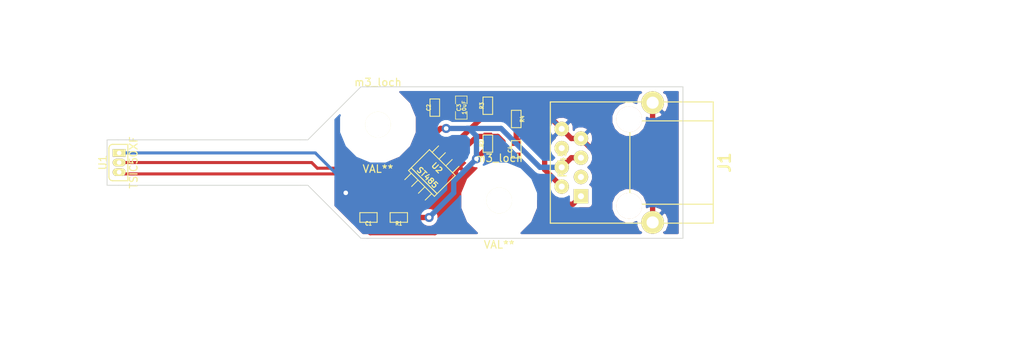
<source format=kicad_pcb>
(kicad_pcb (version 3) (host pcbnew "(2013-may-18)-stable")

  (general
    (links 27)
    (no_connects 0)
    (area 83.949999 86.949999 176.550001 107.050001)
    (thickness 1.6)
    (drawings 23)
    (tracks 99)
    (zones 0)
    (modules 13)
    (nets 8)
  )

  (page A4)
  (layers
    (15 F.Cu signal)
    (0 B.Cu signal)
    (16 B.Adhes user)
    (17 F.Adhes user)
    (18 B.Paste user)
    (19 F.Paste user)
    (20 B.SilkS user)
    (21 F.SilkS user)
    (22 B.Mask user)
    (23 F.Mask user)
    (24 Dwgs.User user)
    (25 Cmts.User user)
    (26 Eco1.User user)
    (27 Eco2.User user)
    (28 Edge.Cuts user)
  )

  (setup
    (last_trace_width 0.7)
    (trace_clearance 0.254)
    (zone_clearance 0.508)
    (zone_45_only no)
    (trace_min 0.254)
    (segment_width 0.2)
    (edge_width 0.1)
    (via_size 1.2)
    (via_drill 0.6)
    (via_min_size 0.889)
    (via_min_drill 0.508)
    (uvia_size 0.508)
    (uvia_drill 0.127)
    (uvias_allowed no)
    (uvia_min_size 0.508)
    (uvia_min_drill 0.127)
    (pcb_text_width 0.3)
    (pcb_text_size 1.5 1.5)
    (mod_edge_width 0.15)
    (mod_text_size 1 1)
    (mod_text_width 0.15)
    (pad_size 3.4 3.4)
    (pad_drill 3.2)
    (pad_to_mask_clearance 0)
    (aux_axis_origin 0 0)
    (visible_elements FFFFFFFF)
    (pcbplotparams
      (layerselection 32769)
      (usegerberextensions false)
      (excludeedgelayer false)
      (linewidth 0.150000)
      (plotframeref false)
      (viasonmask false)
      (mode 1)
      (useauxorigin false)
      (hpglpennumber 1)
      (hpglpenspeed 20)
      (hpglpendiameter 15)
      (hpglpenoverlay 2)
      (psnegative false)
      (psa4output false)
      (plotreference true)
      (plotvalue true)
      (plotothertext true)
      (plotinvisibletext false)
      (padsonsilk false)
      (subtractmaskfromsilk false)
      (outputformat 2)
      (mirror false)
      (drillshape 2)
      (scaleselection 1)
      (outputdirectory ""))
  )

  (net 0 "")
  (net 1 /za)
  (net 2 /zb)
  (net 3 GND)
  (net 4 N-0000010)
  (net 5 N-000003)
  (net 6 N-000007)
  (net 7 VCC)

  (net_class Default "This is the default net class."
    (clearance 0.254)
    (trace_width 0.7)
    (via_dia 1.2)
    (via_drill 0.6)
    (uvia_dia 0.508)
    (uvia_drill 0.127)
    (add_net "")
    (add_net /za)
    (add_net /zb)
    (add_net GND)
    (add_net N-000003)
    (add_net VCC)
  )

  (net_class uc ""
    (clearance 0.254)
    (trace_width 0.4)
    (via_dia 1.2)
    (via_drill 0.6)
    (uvia_dia 0.508)
    (uvia_drill 0.127)
    (add_net N-0000010)
    (add_net N-000007)
  )

  (module RJ45_8P8_simple (layer F.Cu) (tedit 53594E91) (tstamp 5368CE44)
    (at 144 97 270)
    (tags RJ45)
    (path /532DDDA3)
    (fp_text reference J1 (at 0 -21.5 270) (layer F.SilkS)
      (effects (font (size 1.524 1.524) (thickness 0.3048)))
    )
    (fp_text value RJ45 (at 0.14224 -0.1016 270) (layer F.SilkS)
      (effects (font (size 1.00076 1.00076) (thickness 0.2032)))
    )
    (fp_line (start 5.5 -20) (end 5.5 -9) (layer F.SilkS) (width 0.15))
    (fp_line (start -5.5 -9) (end 5.5 -9) (layer F.SilkS) (width 0.15))
    (fp_line (start -5.5 -20) (end -5.5 -9) (layer F.SilkS) (width 0.15))
    (fp_line (start -8 -20) (end 8 -20) (layer F.SilkS) (width 0.15))
    (fp_line (start 8 -20) (end 8 1.5) (layer F.SilkS) (width 0.15))
    (fp_line (start 8 1.5) (end -8 1.5) (layer F.SilkS) (width 0.15))
    (fp_line (start -8 1.5) (end -8 -20) (layer F.SilkS) (width 0.15))
    (pad "" np_thru_hole circle (at -5.715 -8.9 90) (size 3.4 3.4) (drill 3.4)
      (layers *.Cu *.SilkS *.Mask)
    )
    (pad "" np_thru_hole circle (at 5.715 -8.9 90) (size 3.4 3.4) (drill 3.4)
      (layers *.Cu *.SilkS *.Mask)
    )
    (pad 1 thru_hole rect (at 4.445 -2.54 90) (size 1.9 1.9) (drill 0.8)
      (layers *.Cu *.Mask F.SilkS)
      (net 1 /za)
    )
    (pad 2 thru_hole circle (at 3.175 0 90) (size 1.9 1.9) (drill 0.8)
      (layers *.Cu *.Mask F.SilkS)
      (net 2 /zb)
    )
    (pad 3 thru_hole circle (at 1.905 -2.54 90) (size 1.9 1.9) (drill 0.8)
      (layers *.Cu *.Mask F.SilkS)
    )
    (pad 4 thru_hole circle (at 0.63 0 90) (size 1.9 1.9) (drill 0.8)
      (layers *.Cu *.Mask F.SilkS)
      (net 7 VCC)
    )
    (pad 5 thru_hole circle (at -0.635 -2.54 90) (size 1.9 1.9) (drill 0.8)
      (layers *.Cu *.Mask F.SilkS)
      (net 7 VCC)
    )
    (pad 6 thru_hole circle (at -1.905 0 90) (size 1.9 1.9) (drill 0.8)
      (layers *.Cu *.Mask F.SilkS)
    )
    (pad 7 thru_hole circle (at -3.175 -2.54 90) (size 1.9 1.9) (drill 0.8)
      (layers *.Cu *.Mask F.SilkS)
      (net 3 GND)
    )
    (pad 8 thru_hole circle (at -4.445 0 90) (size 1.9 1.9) (drill 0.8)
      (layers *.Cu *.Mask F.SilkS)
      (net 3 GND)
    )
    (pad 9 thru_hole circle (at 7.9 -12 90) (size 3 3) (drill 1.6)
      (layers *.Cu *.Mask F.SilkS)
      (net 3 GND)
    )
    (pad 9 thru_hole circle (at -7.9 -12 90) (size 3 3) (drill 1.6)
      (layers *.Cu *.Mask F.SilkS)
      (net 3 GND)
    )
    (model connectors/RJ45_8.wrl
      (at (xyz 0 0 0))
      (scale (xyz 0.4 0.4 0.4))
      (rotate (xyz 0 0 0))
    )
  )

  (module st485 (layer F.Cu) (tedit 535CD018) (tstamp 5368C972)
    (at 128.25 97 315)
    (descr st485)
    (path /5360054D)
    (attr smd)
    (fp_text reference U2 (at 0 1 315) (layer F.SilkS)
      (effects (font (size 0.7493 0.7493) (thickness 0.14986)))
    )
    (fp_text value ST485 (at 0 2.8 315) (layer F.SilkS)
      (effects (font (size 0.7493 0.7493) (thickness 0.14986)))
    )
    (fp_line (start -2.4 3.4) (end 2.4 3.4) (layer F.SilkS) (width 0.15))
    (fp_line (start -2.413 0) (end -2.413 3.9) (layer F.SilkS) (width 0.127))
    (fp_line (start -2.413 3.9) (end 2.413 3.9) (layer F.SilkS) (width 0.127))
    (fp_line (start 2.413 3.9) (end 2.413 0) (layer F.SilkS) (width 0.127))
    (fp_line (start 2.413 0) (end -2.413 0) (layer F.SilkS) (width 0.127))
    (fp_line (start -1.908 0) (end -1.908 -1.2) (layer F.SilkS) (width 0.127))
    (fp_line (start -0.638 0) (end -0.638 -1.2) (layer F.SilkS) (width 0.127))
    (fp_line (start 0.632 0) (end 0.632 -1.2) (layer F.SilkS) (width 0.127))
    (fp_line (start 1.902 -1.2) (end 1.902 0) (layer F.SilkS) (width 0.127))
    (fp_line (start 1.902 3.9) (end 1.902 5.1) (layer F.SilkS) (width 0.127))
    (fp_line (start 0.632 5.1) (end 0.632 3.9) (layer F.SilkS) (width 0.127))
    (fp_line (start -0.638 5.1) (end -0.638 3.9) (layer F.SilkS) (width 0.127))
    (fp_line (start -1.908 5.1) (end -1.908 3.9) (layer F.SilkS) (width 0.127))
    (pad 1 smd rect (at -1.908 5.1 315) (size 0.75 2)
      (layers F.Cu F.Paste F.Mask)
    )
    (pad 2 smd rect (at -0.638 5.1 315) (size 0.75 2)
      (layers F.Cu F.Paste F.Mask)
      (net 7 VCC)
    )
    (pad 3 smd rect (at 0.632 5.1 315) (size 0.75 2)
      (layers F.Cu F.Paste F.Mask)
      (net 7 VCC)
    )
    (pad 4 smd rect (at 1.902 5.1 315) (size 0.75 2)
      (layers F.Cu F.Paste F.Mask)
      (net 6 N-000007)
    )
    (pad 5 smd rect (at 1.902 -1.2 315) (size 0.75 2)
      (layers F.Cu F.Paste F.Mask)
      (net 3 GND)
    )
    (pad 6 smd rect (at 0.632 -1.2 315) (size 0.75 2)
      (layers F.Cu F.Paste F.Mask)
      (net 1 /za)
    )
    (pad 7 smd rect (at -0.638 -1.2 315) (size 0.75 2)
      (layers F.Cu F.Paste F.Mask)
      (net 2 /zb)
    )
    (pad 8 smd rect (at -1.908 -1.2 315) (size 0.75 2)
      (layers F.Cu F.Paste F.Mask)
      (net 7 VCC)
    )
    (model smd/smd_dil/so-8.wrl
      (at (xyz 0 0 0))
      (scale (xyz 1 1 1))
      (rotate (xyz 0 0 0))
    )
  )

  (module SM0805_big (layer F.Cu) (tedit 53595984) (tstamp 536005A9)
    (at 130.75 89.75 90)
    (tags SM0805)
    (path /532DDC2C)
    (attr smd)
    (fp_text reference C3 (at 0 -0.3175 90) (layer F.SilkS)
      (effects (font (size 0.50038 0.50038) (thickness 0.10922)))
    )
    (fp_text value 10uF (at 0 0.381 90) (layer F.SilkS)
      (effects (font (size 0.50038 0.50038) (thickness 0.10922)))
    )
    (fp_line (start -0.508 0.762) (end -1.524 0.762) (layer F.SilkS) (width 0.09906))
    (fp_line (start -1.524 0.762) (end -1.524 -0.762) (layer F.SilkS) (width 0.09906))
    (fp_line (start -1.524 -0.762) (end -0.508 -0.762) (layer F.SilkS) (width 0.09906))
    (fp_line (start 0.508 -0.762) (end 1.524 -0.762) (layer F.SilkS) (width 0.09906))
    (fp_line (start 1.524 -0.762) (end 1.524 0.762) (layer F.SilkS) (width 0.09906))
    (fp_line (start 1.524 0.762) (end 0.508 0.762) (layer F.SilkS) (width 0.09906))
    (pad 1 smd rect (at -1.108 0 90) (size 1.2 1.397)
      (layers F.Cu F.Paste F.Mask)
      (net 7 VCC)
    )
    (pad 2 smd rect (at 1.108 0 90) (size 1.2 1.397)
      (layers F.Cu F.Paste F.Mask)
      (net 3 GND)
    )
    (model smd/chip_cms.wrl
      (at (xyz 0 0 0))
      (scale (xyz 0.1 0.1 0.1))
      (rotate (xyz 0 0 0))
    )
  )

  (module SM0603_big (layer F.Cu) (tedit 53613A11) (tstamp 53613809)
    (at 138 91.25 270)
    (tags "SM0603 R")
    (path /532DDB70)
    (attr smd)
    (fp_text reference R4 (at 0 -0.8 270) (layer F.SilkS)
      (effects (font (size 0.508 0.4572) (thickness 0.1143)))
    )
    (fp_text value 120 (at 0 0 270) (layer F.SilkS) hide
      (effects (font (size 0.508 0.4572) (thickness 0.1143)))
    )
    (fp_line (start -1.143 -0.635) (end 1.143 -0.635) (layer F.SilkS) (width 0.127))
    (fp_line (start 1.143 -0.635) (end 1.143 0.635) (layer F.SilkS) (width 0.127))
    (fp_line (start 1.143 0.635) (end -1.143 0.635) (layer F.SilkS) (width 0.127))
    (fp_line (start -1.143 0.635) (end -1.143 -0.635) (layer F.SilkS) (width 0.127))
    (pad 1 smd rect (at -0.945 0 270) (size 1 1.143)
      (layers F.Cu F.Paste F.Mask)
      (net 2 /zb)
    )
    (pad 2 smd rect (at 0.945 0 270) (size 1 1.143)
      (layers F.Cu F.Paste F.Mask)
      (net 5 N-000003)
    )
    (model smd\resistors\R0603.wrl
      (at (xyz 0 0 0.001))
      (scale (xyz 0.5 0.5 0.5))
      (rotate (xyz 0 0 0))
    )
  )

  (module SM0603_big (layer F.Cu) (tedit 53614501) (tstamp 536133B8)
    (at 118.5 104.25 180)
    (tags "SM0603 R")
    (path /532DDC6A)
    (attr smd)
    (fp_text reference C1 (at 0 -0.8 180) (layer F.SilkS)
      (effects (font (size 0.508 0.4572) (thickness 0.1143)))
    )
    (fp_text value 100nF (at 0 0 180) (layer F.SilkS) hide
      (effects (font (size 0.508 0.4572) (thickness 0.1143)))
    )
    (fp_line (start -1.143 -0.635) (end 1.143 -0.635) (layer F.SilkS) (width 0.127))
    (fp_line (start 1.143 -0.635) (end 1.143 0.635) (layer F.SilkS) (width 0.127))
    (fp_line (start 1.143 0.635) (end -1.143 0.635) (layer F.SilkS) (width 0.127))
    (fp_line (start -1.143 0.635) (end -1.143 -0.635) (layer F.SilkS) (width 0.127))
    (pad 1 smd rect (at -0.945 0 180) (size 1 1.143)
      (layers F.Cu F.Paste F.Mask)
      (net 4 N-0000010)
    )
    (pad 2 smd rect (at 0.945 0 180) (size 1 1.143)
      (layers F.Cu F.Paste F.Mask)
      (net 3 GND)
    )
    (model smd\resistors\R0603.wrl
      (at (xyz 0 0 0.001))
      (scale (xyz 0.5 0.5 0.5))
      (rotate (xyz 0 0 0))
    )
  )

  (module SM0603_big (layer F.Cu) (tedit 536127D1) (tstamp 536005C7)
    (at 122.5 104.25 180)
    (tags "SM0603 R")
    (path /532DDC9D)
    (attr smd)
    (fp_text reference R1 (at 0 -0.8 180) (layer F.SilkS)
      (effects (font (size 0.508 0.4572) (thickness 0.1143)))
    )
    (fp_text value 220 (at -1.27 0 180) (layer F.SilkS) hide
      (effects (font (size 0.508 0.4572) (thickness 0.1143)))
    )
    (fp_line (start -1.143 -0.635) (end 1.143 -0.635) (layer F.SilkS) (width 0.127))
    (fp_line (start 1.143 -0.635) (end 1.143 0.635) (layer F.SilkS) (width 0.127))
    (fp_line (start 1.143 0.635) (end -1.143 0.635) (layer F.SilkS) (width 0.127))
    (fp_line (start -1.143 0.635) (end -1.143 -0.635) (layer F.SilkS) (width 0.127))
    (pad 1 smd rect (at -0.945 0 180) (size 1 1.143)
      (layers F.Cu F.Paste F.Mask)
      (net 7 VCC)
    )
    (pad 2 smd rect (at 0.945 0 180) (size 1 1.143)
      (layers F.Cu F.Paste F.Mask)
      (net 4 N-0000010)
    )
    (model smd\resistors\R0603.wrl
      (at (xyz 0 0 0.001))
      (scale (xyz 0.5 0.5 0.5))
      (rotate (xyz 0 0 0))
    )
  )

  (module SM0603_big (layer F.Cu) (tedit 535956B8) (tstamp 53613874)
    (at 138 95.25 90)
    (tags "SM0603 R")
    (path /534839D5)
    (attr smd)
    (fp_text reference C4 (at 0 -0.8 90) (layer F.SilkS)
      (effects (font (size 0.508 0.4572) (thickness 0.1143)))
    )
    (fp_text value 100nF (at 0 0 90) (layer F.SilkS) hide
      (effects (font (size 0.508 0.4572) (thickness 0.1143)))
    )
    (fp_line (start -1.143 -0.635) (end 1.143 -0.635) (layer F.SilkS) (width 0.127))
    (fp_line (start 1.143 -0.635) (end 1.143 0.635) (layer F.SilkS) (width 0.127))
    (fp_line (start 1.143 0.635) (end -1.143 0.635) (layer F.SilkS) (width 0.127))
    (fp_line (start -1.143 0.635) (end -1.143 -0.635) (layer F.SilkS) (width 0.127))
    (pad 1 smd rect (at -0.945 0 90) (size 1 1.143)
      (layers F.Cu F.Paste F.Mask)
      (net 1 /za)
    )
    (pad 2 smd rect (at 0.945 0 90) (size 1 1.143)
      (layers F.Cu F.Paste F.Mask)
      (net 5 N-000003)
    )
    (model smd\resistors\R0603.wrl
      (at (xyz 0 0 0.001))
      (scale (xyz 0.5 0.5 0.5))
      (rotate (xyz 0 0 0))
    )
  )

  (module SM0603_big (layer F.Cu) (tedit 53614022) (tstamp 536005DB)
    (at 134.25 94.5 90)
    (tags "SM0603 R")
    (path /53483A7B)
    (attr smd)
    (fp_text reference R2 (at 0 -0.8 90) (layer F.SilkS)
      (effects (font (size 0.508 0.4572) (thickness 0.1143)))
    )
    (fp_text value 22k (at 0 0 90) (layer F.SilkS) hide
      (effects (font (size 0.508 0.4572) (thickness 0.1143)))
    )
    (fp_line (start -1.143 -0.635) (end 1.143 -0.635) (layer F.SilkS) (width 0.127))
    (fp_line (start 1.143 -0.635) (end 1.143 0.635) (layer F.SilkS) (width 0.127))
    (fp_line (start 1.143 0.635) (end -1.143 0.635) (layer F.SilkS) (width 0.127))
    (fp_line (start -1.143 0.635) (end -1.143 -0.635) (layer F.SilkS) (width 0.127))
    (pad 1 smd rect (at -0.945 0 90) (size 1 1.143)
      (layers F.Cu F.Paste F.Mask)
      (net 7 VCC)
    )
    (pad 2 smd rect (at 0.945 0 90) (size 1 1.143)
      (layers F.Cu F.Paste F.Mask)
      (net 1 /za)
    )
    (model smd\resistors\R0603.wrl
      (at (xyz 0 0 0.001))
      (scale (xyz 0.5 0.5 0.5))
      (rotate (xyz 0 0 0))
    )
  )

  (module SM0603_big (layer F.Cu) (tedit 5361425F) (tstamp 536005E5)
    (at 134.25 89.5 90)
    (tags "SM0603 R")
    (path /53483A81)
    (attr smd)
    (fp_text reference R3 (at 0 -0.8 90) (layer F.SilkS)
      (effects (font (size 0.508 0.4572) (thickness 0.1143)))
    )
    (fp_text value 22k (at 0 0 90) (layer F.SilkS) hide
      (effects (font (size 0.508 0.4572) (thickness 0.1143)))
    )
    (fp_line (start -1.143 -0.635) (end 1.143 -0.635) (layer F.SilkS) (width 0.127))
    (fp_line (start 1.143 -0.635) (end 1.143 0.635) (layer F.SilkS) (width 0.127))
    (fp_line (start 1.143 0.635) (end -1.143 0.635) (layer F.SilkS) (width 0.127))
    (fp_line (start -1.143 0.635) (end -1.143 -0.635) (layer F.SilkS) (width 0.127))
    (pad 1 smd rect (at -0.945 0 90) (size 1 1.143)
      (layers F.Cu F.Paste F.Mask)
      (net 2 /zb)
    )
    (pad 2 smd rect (at 0.945 0 90) (size 1 1.143)
      (layers F.Cu F.Paste F.Mask)
      (net 3 GND)
    )
    (model smd\resistors\R0603.wrl
      (at (xyz 0 0 0.001))
      (scale (xyz 0.5 0.5 0.5))
      (rotate (xyz 0 0 0))
    )
  )

  (module SM0603_big (layer F.Cu) (tedit 53612D0F) (tstamp 536005EF)
    (at 127.25 89.75 90)
    (tags "SM0603 R")
    (path /535FF48E)
    (attr smd)
    (fp_text reference C2 (at 0 -0.8 90) (layer F.SilkS)
      (effects (font (size 0.508 0.4572) (thickness 0.1143)))
    )
    (fp_text value 100nF (at 0 0 90) (layer F.SilkS) hide
      (effects (font (size 0.508 0.4572) (thickness 0.1143)))
    )
    (fp_line (start -1.143 -0.635) (end 1.143 -0.635) (layer F.SilkS) (width 0.127))
    (fp_line (start 1.143 -0.635) (end 1.143 0.635) (layer F.SilkS) (width 0.127))
    (fp_line (start 1.143 0.635) (end -1.143 0.635) (layer F.SilkS) (width 0.127))
    (fp_line (start -1.143 0.635) (end -1.143 -0.635) (layer F.SilkS) (width 0.127))
    (pad 1 smd rect (at -0.945 0 90) (size 1 1.143)
      (layers F.Cu F.Paste F.Mask)
      (net 7 VCC)
    )
    (pad 2 smd rect (at 0.945 0 90) (size 1 1.143)
      (layers F.Cu F.Paste F.Mask)
      (net 3 GND)
    )
    (model smd\resistors\R0603.wrl
      (at (xyz 0 0 0.001))
      (scale (xyz 0.5 0.5 0.5))
      (rotate (xyz 0 0 0))
    )
  )

  (module m3_loch (layer F.Cu) (tedit 535C0A44) (tstamp 5362551A)
    (at 135.75 102)
    (fp_text reference m3_loch (at 0 -5.588) (layer F.SilkS)
      (effects (font (size 1 1) (thickness 0.15)))
    )
    (fp_text value VAL** (at 0 5.842) (layer F.SilkS)
      (effects (font (size 1 1) (thickness 0.15)))
    )
    (pad "" np_thru_hole circle (at 0 0) (size 3.4 3.4) (drill 3.4)
      (layers *.Cu *.Mask F.SilkS)
      (clearance 3.3)
    )
  )

  (module m3_loch (layer F.Cu) (tedit 535C0A44) (tstamp 53625514)
    (at 119.75 92)
    (fp_text reference m3_loch (at 0 -5.588) (layer F.SilkS)
      (effects (font (size 1 1) (thickness 0.15)))
    )
    (fp_text value VAL** (at 0 5.842) (layer F.SilkS)
      (effects (font (size 1 1) (thickness 0.15)))
    )
    (pad "" np_thru_hole circle (at 0 0) (size 3.4 3.4) (drill 3.4)
      (layers *.Cu *.Mask F.SilkS)
      (clearance 3.3)
    )
  )

  (module Tsic_TO92 (layer F.Cu) (tedit 5362AF76) (tstamp 5368CBBE)
    (at 87.5 97 270)
    (path /532DDB20)
    (fp_text reference U1 (at 0 4.064 270) (layer F.SilkS)
      (effects (font (size 1 1) (thickness 0.15)))
    )
    (fp_text value TSIC50XF (at 0 0 270) (layer F.SilkS)
      (effects (font (size 1 1) (thickness 0.15)))
    )
    (fp_arc (start 1.9 2.762) (end 2.4 2.762) (angle 90) (layer F.SilkS) (width 0.15))
    (fp_arc (start -1.9 2.762) (end -1.9 3.262) (angle 90) (layer F.SilkS) (width 0.15))
    (fp_line (start -2.4 0.762) (end 2.4 0.762) (layer F.SilkS) (width 0.15))
    (fp_line (start 2.4 0.762) (end 2.4 2.762) (layer F.SilkS) (width 0.15))
    (fp_line (start 1.9 3.262) (end -1.9 3.262) (layer F.SilkS) (width 0.15))
    (fp_line (start -2.4 2.762) (end -2.4 0.762) (layer F.SilkS) (width 0.15))
    (pad 2 thru_hole oval (at 0 1.912 270) (size 1 1.7) (drill 0.6)
      (layers *.Cu *.Mask F.SilkS)
      (net 6 N-000007)
    )
    (pad 1 thru_hole trapezoid (at -1.27 1.912 270) (size 1 1.7) (drill 0.6)
      (layers *.Cu *.Mask F.SilkS)
      (net 3 GND)
    )
    (pad 3 thru_hole oval (at 1.27 1.912 270) (size 1 1.7) (drill 0.6)
      (layers *.Cu *.Mask F.SilkS)
      (net 4 N-0000010)
    )
  )

  (gr_line (start 160 87) (end 118.25 87) (angle 90) (layer Edge.Cuts) (width 0.1))
  (gr_line (start 160 107) (end 160 87) (angle 90) (layer Edge.Cuts) (width 0.1))
  (gr_line (start 118.25 107) (end 160 107) (angle 90) (layer Edge.Cuts) (width 0.1))
  (dimension 4 (width 0.3) (layer Cmts.User)
    (gr_text "4.000 mm" (at 162 77.400001) (layer Cmts.User)
      (effects (font (size 1.5 1.5) (thickness 0.3)))
    )
    (feature1 (pts (xy 160 88.75) (xy 160 76.050001)))
    (feature2 (pts (xy 164 88.75) (xy 164 76.050001)))
    (crossbar (pts (xy 164 78.750001) (xy 160 78.750001)))
    (arrow1a (pts (xy 160 78.750001) (xy 161.126503 78.163581)))
    (arrow1b (pts (xy 160 78.750001) (xy 161.126503 79.336421)))
    (arrow2a (pts (xy 164 78.750001) (xy 162.873497 78.163581)))
    (arrow2b (pts (xy 164 78.750001) (xy 162.873497 79.336421)))
  )
  (dimension 20 (width 0.3) (layer Cmts.User)
    (gr_text "20.000 mm" (at 202.349999 97.000003 270) (layer Cmts.User)
      (effects (font (size 1.5 1.5) (thickness 0.3)))
    )
    (feature1 (pts (xy 162.5 107) (xy 203.699999 107.000003)))
    (feature2 (pts (xy 162.5 87) (xy 203.699999 87.000003)))
    (crossbar (pts (xy 200.999999 87.000003) (xy 200.999999 107.000003)))
    (arrow1a (pts (xy 200.999999 107.000003) (xy 200.413579 105.8735)))
    (arrow1b (pts (xy 200.999999 107.000003) (xy 201.586419 105.8735)))
    (arrow2a (pts (xy 200.999999 87.000003) (xy 200.413579 88.126506)))
    (arrow2b (pts (xy 200.999999 87.000003) (xy 201.586419 88.126506)))
  )
  (dimension 76 (width 0.3) (layer Cmts.User)
    (gr_text "76.000 mm" (at 122 123.849999) (layer Cmts.User)
      (effects (font (size 1.5 1.5) (thickness 0.3)))
    )
    (feature1 (pts (xy 160 118.25) (xy 160 125.199999)))
    (feature2 (pts (xy 84 118.25) (xy 84 125.199999)))
    (crossbar (pts (xy 84 122.499999) (xy 160 122.499999)))
    (arrow1a (pts (xy 160 122.499999) (xy 158.873497 123.086419)))
    (arrow1b (pts (xy 160 122.499999) (xy 158.873497 121.913579)))
    (arrow2a (pts (xy 84 122.499999) (xy 85.126503 123.086419)))
    (arrow2b (pts (xy 84 122.499999) (xy 85.126503 121.913579)))
  )
  (dimension 16 (width 0.3) (layer Cmts.User)
    (gr_text "16.000 mm" (at 127.75 81.150001) (layer Cmts.User)
      (effects (font (size 1.5 1.5) (thickness 0.3)))
    )
    (feature1 (pts (xy 135.75 102.25) (xy 135.75 79.800001)))
    (feature2 (pts (xy 119.75 102.25) (xy 119.75 79.800001)))
    (crossbar (pts (xy 119.75 82.500001) (xy 135.75 82.500001)))
    (arrow1a (pts (xy 135.75 82.500001) (xy 134.623497 83.086421)))
    (arrow1b (pts (xy 135.75 82.500001) (xy 134.623497 81.913581)))
    (arrow2a (pts (xy 119.75 82.500001) (xy 120.876503 83.086421)))
    (arrow2b (pts (xy 119.75 82.500001) (xy 120.876503 81.913581)))
  )
  (gr_line (start 84 100) (end 85.5 100) (angle 90) (layer Edge.Cuts) (width 0.1))
  (gr_line (start 84 94) (end 84 100) (angle 90) (layer Edge.Cuts) (width 0.1))
  (gr_line (start 85.5 94) (end 84 94) (angle 90) (layer Edge.Cuts) (width 0.1))
  (gr_line (start 109.5 100) (end 110.5 100) (angle 90) (layer Edge.Cuts) (width 0.1))
  (gr_line (start 110.5 94) (end 109.5 94) (angle 90) (layer Edge.Cuts) (width 0.1))
  (gr_line (start 117.5 107) (end 118.5 107) (angle 90) (layer Edge.Cuts) (width 0.1))
  (gr_line (start 110.5 100) (end 117.5 107) (angle 90) (layer Edge.Cuts) (width 0.1))
  (gr_line (start 117.5 87) (end 118.5 87) (angle 90) (layer Edge.Cuts) (width 0.1))
  (gr_line (start 110.5 94) (end 117.5 87) (angle 90) (layer Edge.Cuts) (width 0.1))
  (dimension 6 (width 0.3) (layer Cmts.User)
    (gr_text "6.000 mm" (at 76.150001 97 270) (layer Cmts.User)
      (effects (font (size 1.5 1.5) (thickness 0.3)))
    )
    (feature1 (pts (xy 85.5 100) (xy 74.800001 100)))
    (feature2 (pts (xy 85.5 94) (xy 74.800001 94)))
    (crossbar (pts (xy 77.500001 94) (xy 77.500001 100)))
    (arrow1a (pts (xy 77.500001 100) (xy 76.913581 98.873497)))
    (arrow1b (pts (xy 77.500001 100) (xy 78.086421 98.873497)))
    (arrow2a (pts (xy 77.500001 94) (xy 76.913581 95.126503)))
    (arrow2b (pts (xy 77.500001 94) (xy 78.086421 95.126503)))
  )
  (dimension 25 (width 0.3) (layer Cmts.User)
    (gr_text "25.000 mm" (at 98 81.650001) (layer Cmts.User)
      (effects (font (size 1.5 1.5) (thickness 0.3)))
    )
    (feature1 (pts (xy 110.5 97) (xy 110.5 80.300001)))
    (feature2 (pts (xy 85.5 97) (xy 85.5 80.300001)))
    (crossbar (pts (xy 85.5 83.000001) (xy 110.5 83.000001)))
    (arrow1a (pts (xy 110.5 83.000001) (xy 109.373497 83.586421)))
    (arrow1b (pts (xy 110.5 83.000001) (xy 109.373497 82.413581)))
    (arrow2a (pts (xy 85.5 83.000001) (xy 86.626503 83.586421)))
    (arrow2b (pts (xy 85.5 83.000001) (xy 86.626503 82.413581)))
  )
  (gr_line (start 85.5 94) (end 86.5 94) (angle 90) (layer Edge.Cuts) (width 0.1))
  (gr_line (start 86.5 100) (end 85.5 100) (angle 90) (layer Edge.Cuts) (width 0.1))
  (gr_line (start 86.5 94) (end 109.5 94) (angle 90) (layer Edge.Cuts) (width 0.1))
  (gr_line (start 109.5 100) (end 86.5 100) (angle 90) (layer Edge.Cuts) (width 0.1))
  (gr_line (start 185 97) (end 87.5 97) (angle 90) (layer Cmts.User) (width 0.2))

  (segment (start 138 96.195) (end 138 96.25) (width 0.7) (layer F.Cu) (net 1))
  (segment (start 145.485 102.5) (end 146.54 101.445) (width 0.7) (layer F.Cu) (net 1) (tstamp 5368CF96))
  (segment (start 142.75 102.5) (end 145.485 102.5) (width 0.7) (layer F.Cu) (net 1) (tstamp 5368CF93))
  (segment (start 141.25 101) (end 142.75 102.5) (width 0.7) (layer F.Cu) (net 1) (tstamp 5368CF8F))
  (segment (start 141.25 99.5) (end 141.25 101) (width 0.7) (layer F.Cu) (net 1) (tstamp 5368CF89))
  (segment (start 138 96.25) (end 141.25 99.5) (width 0.7) (layer F.Cu) (net 1) (tstamp 5368CF84))
  (segment (start 134.25 93.555) (end 132.838783 93.555) (width 0.7) (layer F.Cu) (net 1))
  (segment (start 132.838783 93.555) (end 129.54542 96.598363) (width 0.7) (layer F.Cu) (net 1) (tstamp 5368C9B5) (status 20))
  (segment (start 134.25 93.555) (end 135.555 93.555) (width 0.7) (layer F.Cu) (net 1))
  (segment (start 136.695 96.195) (end 138 96.195) (width 0.7) (layer F.Cu) (net 1) (tstamp 5368C8F5))
  (segment (start 136.25 95.75) (end 136.695 96.195) (width 0.7) (layer F.Cu) (net 1) (tstamp 5368C8F2))
  (segment (start 136.25 94.25) (end 136.25 95.75) (width 0.7) (layer F.Cu) (net 1) (tstamp 5368C8F0))
  (segment (start 135.555 93.555) (end 136.25 94.25) (width 0.7) (layer F.Cu) (net 1) (tstamp 5368C8EE))
  (segment (start 141.75 97.925) (end 144 100.175) (width 0.7) (layer F.Cu) (net 2) (tstamp 5368CFC7))
  (segment (start 141.75 92.25) (end 141.75 97.925) (width 0.7) (layer F.Cu) (net 2) (tstamp 5368CFC1))
  (segment (start 139.805 90.305) (end 141.75 92.25) (width 0.7) (layer F.Cu) (net 2) (tstamp 5368CFC0))
  (segment (start 138 90.305) (end 139.805 90.305) (width 0.7) (layer F.Cu) (net 2))
  (segment (start 134.25 90.445) (end 134.152732 90.445) (width 0.7) (layer F.Cu) (net 2))
  (segment (start 134.152732 90.445) (end 128.647394 95.700338) (width 0.7) (layer F.Cu) (net 2) (tstamp 5368C9B2) (status 20))
  (segment (start 134.25 90.445) (end 137.86 90.445) (width 0.7) (layer F.Cu) (net 2))
  (segment (start 137.86 90.445) (end 138 90.305) (width 0.7) (layer F.Cu) (net 2) (tstamp 5368C7C6))
  (segment (start 156 97) (end 149.715 97) (width 0.7) (layer F.Cu) (net 3))
  (segment (start 149.715 97) (end 146.54 93.825) (width 0.7) (layer F.Cu) (net 3) (tstamp 5368CFB1))
  (segment (start 156 89.1) (end 156 97) (width 0.7) (layer F.Cu) (net 3))
  (segment (start 156 97) (end 156 104.9) (width 0.7) (layer F.Cu) (net 3) (tstamp 5368CFAF))
  (segment (start 130.75 88.642) (end 134.163 88.642) (width 0.7) (layer F.Cu) (net 3))
  (segment (start 139.945 88.5) (end 144 92.555) (width 0.7) (layer F.Cu) (net 3) (tstamp 5368CFA1))
  (segment (start 134.305 88.5) (end 139.945 88.5) (width 0.7) (layer F.Cu) (net 3) (tstamp 5368CF9C))
  (segment (start 134.163 88.642) (end 134.305 88.5) (width 0.7) (layer F.Cu) (net 3) (tstamp 5368CF9B))
  (segment (start 130.443445 97.496389) (end 130.443445 97.556555) (width 0.7) (layer F.Cu) (net 3))
  (segment (start 130 98) (end 130 102) (width 0.7) (layer F.Cu) (net 3) (tstamp 5368CF74))
  (segment (start 130.443445 97.556555) (end 130 98) (width 0.7) (layer F.Cu) (net 3) (tstamp 5368CF71))
  (segment (start 115.5 101) (end 115.5 99.75) (width 0.4) (layer B.Cu) (net 3))
  (segment (start 117.555 103.055) (end 115.5 101) (width 0.7) (layer F.Cu) (net 3) (tstamp 5368CCF1))
  (via (at 115.5 101) (size 1.2) (layers F.Cu B.Cu) (net 3))
  (segment (start 117.555 104.25) (end 117.555 103.055) (width 0.7) (layer F.Cu) (net 3))
  (segment (start 111.48 95.73) (end 85.588 95.73) (width 0.4) (layer B.Cu) (net 3) (tstamp 5368CD0D))
  (segment (start 115.5 99.75) (end 111.48 95.73) (width 0.4) (layer B.Cu) (net 3) (tstamp 5368CD04))
  (segment (start 127.375 98.375) (end 130 101) (width 0.7) (layer F.Cu) (net 3))
  (segment (start 117.555 105.055) (end 117.555 104.25) (width 0.7) (layer F.Cu) (net 3) (tstamp 5368CC4C))
  (segment (start 118.75 106.25) (end 117.555 105.055) (width 0.7) (layer F.Cu) (net 3) (tstamp 5368CC4A))
  (segment (start 127.25 106.25) (end 118.75 106.25) (width 0.7) (layer F.Cu) (net 3) (tstamp 5368CC47))
  (segment (start 130 103.5) (end 127.25 106.25) (width 0.7) (layer F.Cu) (net 3) (tstamp 5368CC44))
  (segment (start 130 101) (end 130 102) (width 0.7) (layer F.Cu) (net 3) (tstamp 5368CC42))
  (segment (start 130 102) (end 130 103.5) (width 0.7) (layer F.Cu) (net 3) (tstamp 5368CF81))
  (segment (start 127.25 88.805) (end 126.445 88.805) (width 0.7) (layer F.Cu) (net 3))
  (segment (start 125.5 96.5) (end 127.375 98.375) (width 0.7) (layer F.Cu) (net 3) (tstamp 5368C9E3))
  (segment (start 125.5 89.75) (end 125.5 94.5) (width 0.7) (layer F.Cu) (net 3) (tstamp 5368C9E2))
  (segment (start 125.5 94.5) (end 125.5 96.5) (width 0.7) (layer F.Cu) (net 3) (tstamp 5368CABC))
  (segment (start 126.445 88.805) (end 125.5 89.75) (width 0.7) (layer F.Cu) (net 3) (tstamp 5368C9E1))
  (segment (start 127.25 88.805) (end 130.587 88.805) (width 0.7) (layer F.Cu) (net 3) (status 10))
  (segment (start 130.587 88.805) (end 130.75 88.642) (width 0.7) (layer F.Cu) (net 3) (tstamp 5368C8D2) (status 30))
  (segment (start 146.54 93.825) (end 145.27 93.825) (width 0.7) (layer F.Cu) (net 3) (status 10))
  (segment (start 145.27 93.825) (end 144 92.555) (width 0.7) (layer F.Cu) (net 3) (tstamp 5361520C) (status 20))
  (segment (start 119.445 104.25) (end 119.445 102.445) (width 0.4) (layer F.Cu) (net 4))
  (segment (start 85.818 98.5) (end 85.588 98.27) (width 0.4) (layer F.Cu) (net 4) (tstamp 5368CCDD))
  (segment (start 115.5 98.5) (end 85.818 98.5) (width 0.4) (layer F.Cu) (net 4) (tstamp 5368CCDB))
  (segment (start 119.445 102.445) (end 115.5 98.5) (width 0.4) (layer F.Cu) (net 4) (tstamp 5368CCD2))
  (segment (start 119.445 104.25) (end 121.555 104.25) (width 0.7) (layer F.Cu) (net 4))
  (segment (start 138 92.195) (end 138 94.305) (width 0.7) (layer F.Cu) (net 5) (status 10))
  (segment (start 125.988673 101.951162) (end 126.048838 101.951162) (width 0.4) (layer F.Cu) (net 6))
  (segment (start 111 97) (end 85.412 97) (width 0.4) (layer F.Cu) (net 6) (tstamp 5368CC8C) (status 20))
  (segment (start 111.75 97.75) (end 111 97) (width 0.4) (layer F.Cu) (net 6) (tstamp 5368CC88))
  (segment (start 125.25 97.75) (end 111.75 97.75) (width 0.4) (layer F.Cu) (net 6) (tstamp 5368CC82))
  (segment (start 127 99.5) (end 125.25 97.75) (width 0.4) (layer F.Cu) (net 6) (tstamp 5368CC7F))
  (segment (start 127 101) (end 127 99.5) (width 0.4) (layer F.Cu) (net 6) (tstamp 5368CC7D))
  (segment (start 126.048838 101.951162) (end 127 101) (width 0.4) (layer F.Cu) (net 6) (tstamp 5368CC7C))
  (segment (start 131.5 92.5) (end 131.75 92.5) (width 0.7) (layer B.Cu) (net 7))
  (segment (start 132.75 93.5) (end 132.75 96.5) (width 0.7) (layer B.Cu) (net 7) (tstamp 5368CEDB))
  (segment (start 131.75 92.5) (end 132.75 93.5) (width 0.7) (layer B.Cu) (net 7) (tstamp 5368CEDA))
  (segment (start 123.445 104.25) (end 126.5 104.25) (width 0.7) (layer F.Cu) (net 7))
  (segment (start 129.75 99.5) (end 132.75 96.5) (width 0.7) (layer B.Cu) (net 7) (tstamp 5368CEB6))
  (segment (start 129.75 101) (end 129.75 99.5) (width 0.7) (layer B.Cu) (net 7) (tstamp 5368CEB1))
  (segment (start 126.5 104.25) (end 129.75 101) (width 0.7) (layer B.Cu) (net 7) (tstamp 5368CEB0))
  (via (at 126.5 104.25) (size 1.2) (layers F.Cu B.Cu) (net 7))
  (segment (start 134.25 95.445) (end 133.805 95.445) (width 0.7) (layer F.Cu) (net 7))
  (segment (start 133.805 95.445) (end 132.75 96.5) (width 0.7) (layer F.Cu) (net 7) (tstamp 5368CD2E))
  (via (at 132.75 96.5) (size 1.2) (layers F.Cu B.Cu) (net 7))
  (via (at 128.75 92.5) (size 1.2) (layers F.Cu B.Cu) (net 7))
  (segment (start 127.25 93.25) (end 128 92.5) (width 0.7) (layer F.Cu) (net 7) (tstamp 5368CBED))
  (segment (start 128 92.5) (end 128.75 92.5) (width 0.7) (layer F.Cu) (net 7) (tstamp 5368CBEC))
  (segment (start 123.445 102.805) (end 123.445 100.902731) (width 0.7) (layer F.Cu) (net 7))
  (segment (start 123.445 100.902731) (end 124.192621 100.15511) (width 0.7) (layer F.Cu) (net 7) (tstamp 5368CB72))
  (segment (start 125.090647 101.053136) (end 125.090647 101.159353) (width 0.7) (layer F.Cu) (net 7))
  (segment (start 123.445 102.805) (end 123.445 104.25) (width 0.7) (layer F.Cu) (net 7) (tstamp 5368CB6C))
  (segment (start 125.090647 101.159353) (end 123.445 102.805) (width 0.7) (layer F.Cu) (net 7) (tstamp 5368CB6A))
  (segment (start 127.25 90.695) (end 127.25 93.25) (width 0.7) (layer F.Cu) (net 7))
  (segment (start 127.25 93.25) (end 127.25 94.302944) (width 0.7) (layer F.Cu) (net 7) (tstamp 5368CBF2))
  (segment (start 127.25 94.302944) (end 127.749368 94.802312) (width 0.7) (layer F.Cu) (net 7) (tstamp 5368CB5C))
  (segment (start 144 97.63) (end 141.13 97.63) (width 0.7) (layer B.Cu) (net 7) (status 10))
  (segment (start 136 92.5) (end 131.5 92.5) (width 0.7) (layer B.Cu) (net 7) (tstamp 5368CA34))
  (segment (start 131.5 92.5) (end 128.75 92.5) (width 0.7) (layer B.Cu) (net 7) (tstamp 5368CED8))
  (segment (start 141.13 97.63) (end 136 92.5) (width 0.7) (layer B.Cu) (net 7) (tstamp 5368CA31))
  (segment (start 127.5 94.552944) (end 127.749368 94.802312) (width 0.7) (layer F.Cu) (net 7) (tstamp 5368CA42) (status 30))
  (segment (start 127.5 94.552944) (end 127.749368 94.802312) (width 0.7) (layer F.Cu) (net 7) (tstamp 5368C9DE) (status 30))
  (segment (start 127.25 90.695) (end 130.587 90.695) (width 0.7) (layer F.Cu) (net 7) (status 10))
  (segment (start 130.587 90.695) (end 130.75 90.858) (width 0.7) (layer F.Cu) (net 7) (tstamp 5368C9AC) (status 30))
  (segment (start 146.54 96.365) (end 145.265 96.365) (width 0.7) (layer F.Cu) (net 7) (status 10))
  (segment (start 145.265 96.365) (end 144 97.63) (width 0.7) (layer F.Cu) (net 7) (tstamp 53615200) (status 20))

  (zone (net 3) (net_name GND) (layer F.Cu) (tstamp 5368D192) (hatch edge 0.508)
    (connect_pads (clearance 0.508))
    (min_thickness 0.254)
    (fill (arc_segments 16) (thermal_gap 0.508) (thermal_bridge_width 0.508))
    (polygon
      (pts
        (xy 173.5 110) (xy 114 110) (xy 114 83.5) (xy 173.5 83.5)
      )
    )
    (filled_polygon
      (pts
        (xy 159.315 106.315) (xy 158.142723 106.315) (xy 157.594608 106.315) (xy 157.51397 106.234362) (xy 157.832739 106.074582)
        (xy 158.142723 105.283813) (xy 158.126497 104.434613) (xy 157.832739 103.725418) (xy 157.513969 103.565636) (xy 157.334364 103.745241)
        (xy 156.179605 104.9) (xy 156.193747 104.914142) (xy 156.014142 105.093747) (xy 156 105.079605) (xy 155.985857 105.093747)
        (xy 155.806252 104.914142) (xy 155.820395 104.9) (xy 155.806252 104.885857) (xy 155.985857 104.706252) (xy 156 104.720395)
        (xy 157.334364 103.386031) (xy 157.174582 103.067261) (xy 156.383813 102.757277) (xy 155.534613 102.773503) (xy 155.23484 102.897672)
        (xy 155.235404 102.252578) (xy 154.880671 101.394057) (xy 154.224398 100.736638) (xy 153.366498 100.380407) (xy 152.437578 100.379596)
        (xy 151.579057 100.734329) (xy 150.921638 101.390602) (xy 150.565407 102.248502) (xy 150.564596 103.177422) (xy 150.919329 104.035943)
        (xy 151.575602 104.693362) (xy 152.433502 105.049593) (xy 153.362422 105.050404) (xy 153.863528 104.843351) (xy 153.873503 105.365387)
        (xy 154.167261 106.074582) (xy 154.486029 106.234362) (xy 154.405392 106.315) (xy 148.136187 106.315) (xy 148.136187 94.077602)
        (xy 148.111351 93.447539) (xy 147.918018 92.980792) (xy 147.656349 92.888256) (xy 147.476744 93.067861) (xy 146.719605 93.825)
        (xy 147.656349 94.761744) (xy 147.918018 94.669208) (xy 148.136187 94.077602) (xy 148.136187 106.315) (xy 138.68447 106.315)
        (xy 140.093924 104.908004) (xy 140.876107 103.024297) (xy 140.876983 102.019983) (xy 142.0535 103.1965) (xy 142.373057 103.410021)
        (xy 142.75 103.485) (xy 145.485 103.485) (xy 145.861943 103.410021) (xy 146.1815 103.1965) (xy 146.34789 103.03011)
        (xy 147.615755 103.03011) (xy 147.849229 102.933641) (xy 148.028013 102.755168) (xy 148.124889 102.521864) (xy 148.12511 102.269245)
        (xy 148.12511 100.369245) (xy 148.028641 100.135771) (xy 147.850168 99.956987) (xy 147.765061 99.921647) (xy 147.882913 99.804002)
        (xy 148.124723 99.221659) (xy 148.125274 98.591107) (xy 147.88448 98.008343) (xy 147.511527 97.634739) (xy 147.882913 97.264002)
        (xy 148.124723 96.681659) (xy 148.125274 96.051107) (xy 147.88448 95.468343) (xy 147.445788 95.028884) (xy 147.476744 94.941349)
        (xy 146.54 94.004605) (xy 146.525857 94.018747) (xy 146.346252 93.839142) (xy 146.360395 93.825) (xy 146.346252 93.810857)
        (xy 146.525857 93.631252) (xy 146.54 93.645395) (xy 147.476744 92.708651) (xy 147.384208 92.446982) (xy 146.792602 92.228813)
        (xy 146.162539 92.253649) (xy 145.695792 92.446982) (xy 145.603256 92.708648) (xy 145.591836 92.697228) (xy 145.571351 92.177539)
        (xy 145.378018 91.710792) (xy 145.116349 91.618256) (xy 144.936744 91.797861) (xy 144.936744 91.438651) (xy 144.844208 91.176982)
        (xy 144.252602 90.958813) (xy 143.622539 90.983649) (xy 143.155792 91.176982) (xy 143.063256 91.438651) (xy 144 92.375395)
        (xy 144.936744 91.438651) (xy 144.936744 91.797861) (xy 144.179605 92.555) (xy 144.193747 92.569142) (xy 144.014142 92.748747)
        (xy 144 92.734605) (xy 143.063256 93.671349) (xy 143.094408 93.759439) (xy 142.735 94.11822) (xy 142.735 93.439175)
        (xy 142.883651 93.491744) (xy 143.820395 92.555) (xy 142.883651 91.618256) (xy 142.621982 91.710792) (xy 142.596951 91.778666)
        (xy 142.4465 91.5535) (xy 140.5015 89.6085) (xy 140.181943 89.394979) (xy 139.805 89.32) (xy 138.984588 89.32)
        (xy 138.931668 89.266987) (xy 138.698364 89.170111) (xy 138.445745 89.16989) (xy 137.302745 89.16989) (xy 137.069271 89.266359)
        (xy 136.890487 89.444832) (xy 136.884188 89.46) (xy 135.314449 89.46) (xy 135.360141 89.414229) (xy 135.45661 89.180755)
        (xy 135.4565 88.84075) (xy 135.29775 88.682) (xy 134.377 88.682) (xy 134.377 88.702) (xy 134.123 88.702)
        (xy 134.123 88.682) (xy 133.20225 88.682) (xy 133.0435 88.84075) (xy 133.04339 89.180755) (xy 133.139859 89.414229)
        (xy 133.225473 89.499993) (xy 133.140487 89.584832) (xy 133.043611 89.818136) (xy 133.04339 90.070755) (xy 133.04339 90.136991)
        (xy 132.08361 91.054177) (xy 132.08361 90.132245) (xy 131.987141 89.898771) (xy 131.838628 89.75) (xy 131.987141 89.601229)
        (xy 132.08361 89.367755) (xy 132.0835 88.92775) (xy 131.92475 88.769) (xy 130.877 88.769) (xy 130.877 88.789)
        (xy 130.623 88.789) (xy 130.623 88.769) (xy 129.57525 88.769) (xy 129.4165 88.92775) (xy 129.41639 89.367755)
        (xy 129.512859 89.601229) (xy 129.62144 89.71) (xy 128.314449 89.71) (xy 128.360141 89.664229) (xy 128.45661 89.430755)
        (xy 128.4565 89.09075) (xy 128.29775 88.932) (xy 127.377 88.932) (xy 127.377 88.952) (xy 127.123 88.952)
        (xy 127.123 88.932) (xy 126.20225 88.932) (xy 126.0435 89.09075) (xy 126.04339 89.430755) (xy 126.139859 89.664229)
        (xy 126.225473 89.749993) (xy 126.140487 89.834832) (xy 126.043611 90.068136) (xy 126.04339 90.320755) (xy 126.04339 91.320755)
        (xy 126.139859 91.554229) (xy 126.265 91.679588) (xy 126.265 93.25) (xy 126.265 94.302944) (xy 126.339979 94.679887)
        (xy 126.381355 94.741812) (xy 126.239083 94.884085) (xy 126.142206 95.11739) (xy 126.141986 95.370009) (xy 126.238455 95.603482)
        (xy 126.416928 95.782267) (xy 126.947258 96.312597) (xy 127.081447 96.368317) (xy 127.136481 96.501508) (xy 127.314954 96.680293)
        (xy 127.845284 97.210623) (xy 127.979474 97.266343) (xy 128.034507 97.399533) (xy 128.21298 97.578318) (xy 128.74331 98.108648)
        (xy 128.877456 98.16435) (xy 128.93316 98.298499) (xy 129.08527 98.450453) (xy 129.309776 98.450453) (xy 130.26384 97.496389)
        (xy 130.249697 97.482246) (xy 130.429302 97.302641) (xy 130.443445 97.316784) (xy 130.457587 97.302641) (xy 130.637192 97.482246)
        (xy 130.62305 97.496389) (xy 131.135172 98.008511) (xy 131.359679 98.008511) (xy 131.775885 97.59246) (xy 131.935704 97.432361)
        (xy 132.049515 97.546371) (xy 132.503266 97.734785) (xy 132.765428 97.735013) (xy 131.406076 99.091996) (xy 130.955567 100.176942)
        (xy 130.955567 98.412623) (xy 130.955567 98.188116) (xy 130.443445 97.675994) (xy 129.489381 98.630058) (xy 129.489381 98.854564)
        (xy 129.641335 99.006674) (xy 129.87464 99.103551) (xy 130.127259 99.103771) (xy 130.360731 99.007302) (xy 130.539516 98.828829)
        (xy 130.955567 98.412623) (xy 130.955567 100.176942) (xy 130.623893 100.975703) (xy 130.622113 103.015349) (xy 131.401007 104.900418)
        (xy 132.813122 106.315) (xy 118.5 106.315) (xy 118.25 106.315) (xy 117.783736 106.315) (xy 116.9226 105.453864)
        (xy 116.929245 105.45661) (xy 117.26925 105.4565) (xy 117.428 105.29775) (xy 117.428 104.377) (xy 117.428 104.123)
        (xy 117.428 103.20225) (xy 117.26925 103.0435) (xy 116.929245 103.04339) (xy 116.695771 103.139859) (xy 116.516987 103.318332)
        (xy 116.420111 103.551636) (xy 116.41989 103.804255) (xy 116.42 103.96425) (xy 116.57875 104.123) (xy 117.428 104.123)
        (xy 117.428 104.377) (xy 116.57875 104.377) (xy 116.42 104.53575) (xy 116.41989 104.695745) (xy 116.420111 104.948364)
        (xy 116.422249 104.953513) (xy 114.127 102.658264) (xy 114.127 99.335) (xy 115.154131 99.335) (xy 118.61 102.790868)
        (xy 118.61 103.129847) (xy 118.585771 103.139859) (xy 118.5 103.22548) (xy 118.414229 103.139859) (xy 118.180755 103.04339)
        (xy 117.84075 103.0435) (xy 117.682 103.20225) (xy 117.682 104.123) (xy 117.702 104.123) (xy 117.702 104.377)
        (xy 117.682 104.377) (xy 117.682 105.29775) (xy 117.84075 105.4565) (xy 118.180755 105.45661) (xy 118.414229 105.360141)
        (xy 118.499993 105.274526) (xy 118.584832 105.359513) (xy 118.818136 105.456389) (xy 119.070755 105.45661) (xy 120.070755 105.45661)
        (xy 120.304229 105.360141) (xy 120.429588 105.235) (xy 120.570535 105.235) (xy 120.694832 105.359513) (xy 120.928136 105.456389)
        (xy 121.180755 105.45661) (xy 122.180755 105.45661) (xy 122.414229 105.360141) (xy 122.499993 105.274526) (xy 122.584832 105.359513)
        (xy 122.818136 105.456389) (xy 123.070755 105.45661) (xy 124.070755 105.45661) (xy 124.304229 105.360141) (xy 124.429588 105.235)
        (xy 125.738251 105.235) (xy 125.799515 105.296371) (xy 126.253266 105.484785) (xy 126.744579 105.485214) (xy 127.198657 105.297592)
        (xy 127.546371 104.950485) (xy 127.734785 104.496734) (xy 127.735214 104.005421) (xy 127.547592 103.551343) (xy 127.200485 103.203629)
        (xy 126.746734 103.015215) (xy 126.353474 103.014871) (xy 127.498958 101.869389) (xy 127.595835 101.636084) (xy 127.595881 101.58228)
        (xy 127.771439 101.319541) (xy 127.771439 101.31954) (xy 127.835 101) (xy 127.835 99.5) (xy 127.834999 99.499999)
        (xy 127.771439 99.180459) (xy 127.590434 98.909566) (xy 127.590434 98.909565) (xy 125.840434 97.159566) (xy 125.569541 96.978561)
        (xy 125.25 96.915) (xy 121.280575 96.915) (xy 122.650418 96.348993) (xy 124.093924 94.908004) (xy 124.876107 93.024297)
        (xy 124.877887 90.984651) (xy 124.098993 89.099582) (xy 122.686877 87.685) (xy 126.515779 87.685) (xy 126.318332 87.766987)
        (xy 126.139859 87.945771) (xy 126.04339 88.179245) (xy 126.0435 88.51925) (xy 126.20225 88.678) (xy 127.123 88.678)
        (xy 127.123 88.658) (xy 127.377 88.658) (xy 127.377 88.678) (xy 128.29775 88.678) (xy 128.4565 88.51925)
        (xy 128.45661 88.179245) (xy 128.360141 87.945771) (xy 128.181668 87.766987) (xy 127.98422 87.685) (xy 129.511938 87.685)
        (xy 129.41639 87.916245) (xy 129.4165 88.35625) (xy 129.57525 88.515) (xy 130.623 88.515) (xy 130.623 88.495)
        (xy 130.877 88.495) (xy 130.877 88.515) (xy 131.92475 88.515) (xy 132.0835 88.35625) (xy 132.08361 87.916245)
        (xy 131.988061 87.685) (xy 133.150611 87.685) (xy 133.139859 87.695771) (xy 133.04339 87.929245) (xy 133.0435 88.26925)
        (xy 133.20225 88.428) (xy 134.123 88.428) (xy 134.123 88.408) (xy 134.377 88.408) (xy 134.377 88.428)
        (xy 135.29775 88.428) (xy 135.4565 88.26925) (xy 135.45661 87.929245) (xy 135.360141 87.695771) (xy 135.349388 87.685)
        (xy 154.405392 87.685) (xy 154.486029 87.765637) (xy 154.167261 87.925418) (xy 153.857277 88.716187) (xy 153.865713 89.157699)
        (xy 153.366498 88.950407) (xy 152.437578 88.949596) (xy 151.579057 89.304329) (xy 150.921638 89.960602) (xy 150.565407 90.818502)
        (xy 150.564596 91.747422) (xy 150.919329 92.605943) (xy 151.575602 93.263362) (xy 152.433502 93.619593) (xy 153.362422 93.620404)
        (xy 154.220943 93.265671) (xy 154.878362 92.609398) (xy 155.234593 91.751498) (xy 155.235167 91.093362) (xy 155.616187 91.242723)
        (xy 156.465387 91.226497) (xy 157.174582 90.932739) (xy 157.334364 90.613969) (xy 156 89.279605) (xy 155.985857 89.293747)
        (xy 155.806252 89.114142) (xy 155.820395 89.1) (xy 155.806252 89.085857) (xy 155.985857 88.906252) (xy 156 88.920395)
        (xy 156.014142 88.906252) (xy 156.193747 89.085857) (xy 156.179605 89.1) (xy 157.513969 90.434364) (xy 157.832739 90.274582)
        (xy 158.142723 89.483813) (xy 158.126497 88.634613) (xy 157.832739 87.925418) (xy 157.51397 87.765637) (xy 157.594608 87.685)
        (xy 159.315 87.685) (xy 159.315 106.315)
      )
    )
  )
  (zone (net 3) (net_name GND) (layer B.Cu) (tstamp 5368D1C7) (hatch edge 0.508)
    (connect_pads (clearance 0.508))
    (min_thickness 0.254)
    (fill (arc_segments 16) (thermal_gap 0.508) (thermal_bridge_width 0.508))
    (polygon
      (pts
        (xy 114 79) (xy 114 118) (xy 181.5 118) (xy 181.5 76.5) (xy 114 76.5)
        (xy 114 81.5)
      )
    )
    (filled_polygon
      (pts
        (xy 159.315 106.315) (xy 158.142723 106.315) (xy 157.594608 106.315) (xy 157.51397 106.234362) (xy 157.832739 106.074582)
        (xy 158.142723 105.283813) (xy 158.126497 104.434613) (xy 157.832739 103.725418) (xy 157.513969 103.565636) (xy 157.334364 103.745241)
        (xy 156.179605 104.9) (xy 156.193747 104.914142) (xy 156.014142 105.093747) (xy 156 105.079605) (xy 155.985857 105.093747)
        (xy 155.806252 104.914142) (xy 155.820395 104.9) (xy 155.806252 104.885857) (xy 155.985857 104.706252) (xy 156 104.720395)
        (xy 157.334364 103.386031) (xy 157.174582 103.067261) (xy 156.383813 102.757277) (xy 155.534613 102.773503) (xy 155.23484 102.897672)
        (xy 155.235404 102.252578) (xy 154.880671 101.394057) (xy 154.224398 100.736638) (xy 153.366498 100.380407) (xy 152.437578 100.379596)
        (xy 151.579057 100.734329) (xy 150.921638 101.390602) (xy 150.565407 102.248502) (xy 150.564596 103.177422) (xy 150.919329 104.035943)
        (xy 151.575602 104.693362) (xy 152.433502 105.049593) (xy 153.362422 105.050404) (xy 153.863528 104.843351) (xy 153.873503 105.365387)
        (xy 154.167261 106.074582) (xy 154.486029 106.234362) (xy 154.405392 106.315) (xy 148.136187 106.315) (xy 148.136187 94.077602)
        (xy 148.111351 93.447539) (xy 147.918018 92.980792) (xy 147.656349 92.888256) (xy 147.476744 93.067861) (xy 146.719605 93.825)
        (xy 147.656349 94.761744) (xy 147.918018 94.669208) (xy 148.136187 94.077602) (xy 148.136187 106.315) (xy 138.68447 106.315)
        (xy 140.093924 104.908004) (xy 140.876107 103.024297) (xy 140.877887 100.984651) (xy 140.098993 99.099582) (xy 138.658004 97.656076)
        (xy 136.774297 96.873893) (xy 134.734651 96.872113) (xy 133.694985 97.301693) (xy 133.796371 97.200485) (xy 133.984785 96.746734)
        (xy 133.985214 96.255421) (xy 133.797592 95.801343) (xy 133.735 95.738641) (xy 133.735 93.5) (xy 133.732016 93.485)
        (xy 135.591999 93.485) (xy 140.433499 98.3265) (xy 140.4335 98.3265) (xy 140.753057 98.540021) (xy 141.13 98.615)
        (xy 142.743708 98.615) (xy 143.030972 98.902764) (xy 142.657087 99.275998) (xy 142.415277 99.858341) (xy 142.414726 100.488893)
        (xy 142.65552 101.071657) (xy 143.100998 101.517913) (xy 143.683341 101.759723) (xy 144.313893 101.760274) (xy 144.896657 101.51948)
        (xy 144.95489 101.461348) (xy 144.95489 102.520755) (xy 145.051359 102.754229) (xy 145.229832 102.933013) (xy 145.463136 103.029889)
        (xy 145.715755 103.03011) (xy 147.615755 103.03011) (xy 147.849229 102.933641) (xy 148.028013 102.755168) (xy 148.124889 102.521864)
        (xy 148.12511 102.269245) (xy 148.12511 100.369245) (xy 148.028641 100.135771) (xy 147.850168 99.956987) (xy 147.765061 99.921647)
        (xy 147.882913 99.804002) (xy 148.124723 99.221659) (xy 148.125274 98.591107) (xy 147.88448 98.008343) (xy 147.511527 97.634739)
        (xy 147.882913 97.264002) (xy 148.124723 96.681659) (xy 148.125274 96.051107) (xy 147.88448 95.468343) (xy 147.445788 95.028884)
        (xy 147.476744 94.941349) (xy 146.54 94.004605) (xy 146.525857 94.018747) (xy 146.346252 93.839142) (xy 146.360395 93.825)
        (xy 146.346252 93.810857) (xy 146.525857 93.631252) (xy 146.54 93.645395) (xy 147.476744 92.708651) (xy 147.384208 92.446982)
        (xy 146.792602 92.228813) (xy 146.162539 92.253649) (xy 145.695792 92.446982) (xy 145.603256 92.708648) (xy 145.591836 92.697228)
        (xy 145.571351 92.177539) (xy 145.378018 91.710792) (xy 145.116349 91.618256) (xy 144.936744 91.797861) (xy 144.936744 91.438651)
        (xy 144.844208 91.176982) (xy 144.252602 90.958813) (xy 143.622539 90.983649) (xy 143.155792 91.176982) (xy 143.063256 91.438651)
        (xy 144 92.375395) (xy 144.936744 91.438651) (xy 144.936744 91.797861) (xy 144.179605 92.555) (xy 144.193747 92.569142)
        (xy 144.014142 92.748747) (xy 144 92.734605) (xy 143.820395 92.91421) (xy 143.820395 92.555) (xy 142.883651 91.618256)
        (xy 142.621982 91.710792) (xy 142.403813 92.302398) (xy 142.428649 92.932461) (xy 142.621982 93.399208) (xy 142.883651 93.491744)
        (xy 143.820395 92.555) (xy 143.820395 92.91421) (xy 143.063256 93.671349) (xy 143.094408 93.759439) (xy 142.657087 94.195998)
        (xy 142.415277 94.778341) (xy 142.414726 95.408893) (xy 142.65552 95.991657) (xy 143.025972 96.362756) (xy 142.743235 96.645)
        (xy 141.538 96.645) (xy 136.6965 91.8035) (xy 136.376943 91.589979) (xy 136 91.515) (xy 131.75 91.515)
        (xy 131.5 91.515) (xy 129.511748 91.515) (xy 129.450485 91.453629) (xy 128.996734 91.265215) (xy 128.505421 91.264786)
        (xy 128.051343 91.452408) (xy 127.703629 91.799515) (xy 127.515215 92.253266) (xy 127.514786 92.744579) (xy 127.702408 93.198657)
        (xy 128.049515 93.546371) (xy 128.503266 93.734785) (xy 128.994579 93.735214) (xy 129.448657 93.547592) (xy 129.511358 93.485)
        (xy 131.341999 93.485) (xy 131.765 93.908) (xy 131.765 95.738251) (xy 131.703629 95.799515) (xy 131.515215 96.253266)
        (xy 131.515137 96.341861) (xy 129.0535 98.8035) (xy 128.839979 99.123057) (xy 128.765 99.5) (xy 128.765 100.592)
        (xy 126.342138 103.014861) (xy 126.255421 103.014786) (xy 125.801343 103.202408) (xy 125.453629 103.549515) (xy 125.265215 104.003266)
        (xy 125.264786 104.494579) (xy 125.452408 104.948657) (xy 125.799515 105.296371) (xy 126.253266 105.484785) (xy 126.744579 105.485214)
        (xy 127.198657 105.297592) (xy 127.546371 104.950485) (xy 127.734785 104.496734) (xy 127.734862 104.408137) (xy 130.4465 101.6965)
        (xy 130.623495 101.431607) (xy 130.622113 103.015349) (xy 131.401007 104.900418) (xy 132.813122 106.315) (xy 118.5 106.315)
        (xy 118.25 106.315) (xy 117.783736 106.315) (xy 114.127 102.658264) (xy 114.127 91.341736) (xy 114.716815 90.75192)
        (xy 114.623893 90.975703) (xy 114.622113 93.015349) (xy 115.401007 94.900418) (xy 116.841996 96.343924) (xy 118.725703 97.126107)
        (xy 120.765349 97.127887) (xy 122.650418 96.348993) (xy 124.093924 94.908004) (xy 124.876107 93.024297) (xy 124.877887 90.984651)
        (xy 124.098993 89.099582) (xy 122.686877 87.685) (xy 154.405392 87.685) (xy 154.486029 87.765637) (xy 154.167261 87.925418)
        (xy 153.857277 88.716187) (xy 153.865713 89.157699) (xy 153.366498 88.950407) (xy 152.437578 88.949596) (xy 151.579057 89.304329)
        (xy 150.921638 89.960602) (xy 150.565407 90.818502) (xy 150.564596 91.747422) (xy 150.919329 92.605943) (xy 151.575602 93.263362)
        (xy 152.433502 93.619593) (xy 153.362422 93.620404) (xy 154.220943 93.265671) (xy 154.878362 92.609398) (xy 155.234593 91.751498)
        (xy 155.235167 91.093362) (xy 155.616187 91.242723) (xy 156.465387 91.226497) (xy 157.174582 90.932739) (xy 157.334364 90.613969)
        (xy 156 89.279605) (xy 155.985857 89.293747) (xy 155.806252 89.114142) (xy 155.820395 89.1) (xy 155.806252 89.085857)
        (xy 155.985857 88.906252) (xy 156 88.920395) (xy 156.014142 88.906252) (xy 156.193747 89.085857) (xy 156.179605 89.1)
        (xy 157.513969 90.434364) (xy 157.832739 90.274582) (xy 158.142723 89.483813) (xy 158.126497 88.634613) (xy 157.832739 87.925418)
        (xy 157.51397 87.765637) (xy 157.594608 87.685) (xy 159.315 87.685) (xy 159.315 106.315)
      )
    )
  )
)

</source>
